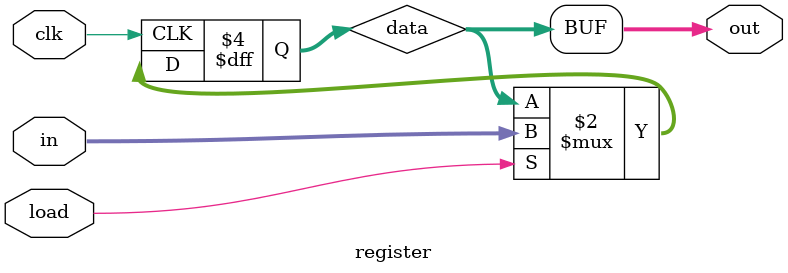
<source format=v>
`default_nettype none
`timescale 1ns/10ps

module register(input clk, input [D_WIDTH-1:0] in, input load, output [D_WIDTH-1:0] out);
	parameter D_WIDTH = 16;
	
	reg [D_WIDTH-1:0] data;
	
	assign out=data;
	
	always @(posedge clk) 
	begin
		if(load) begin
			data <= in;
		end		
	end
	
endmodule
</source>
